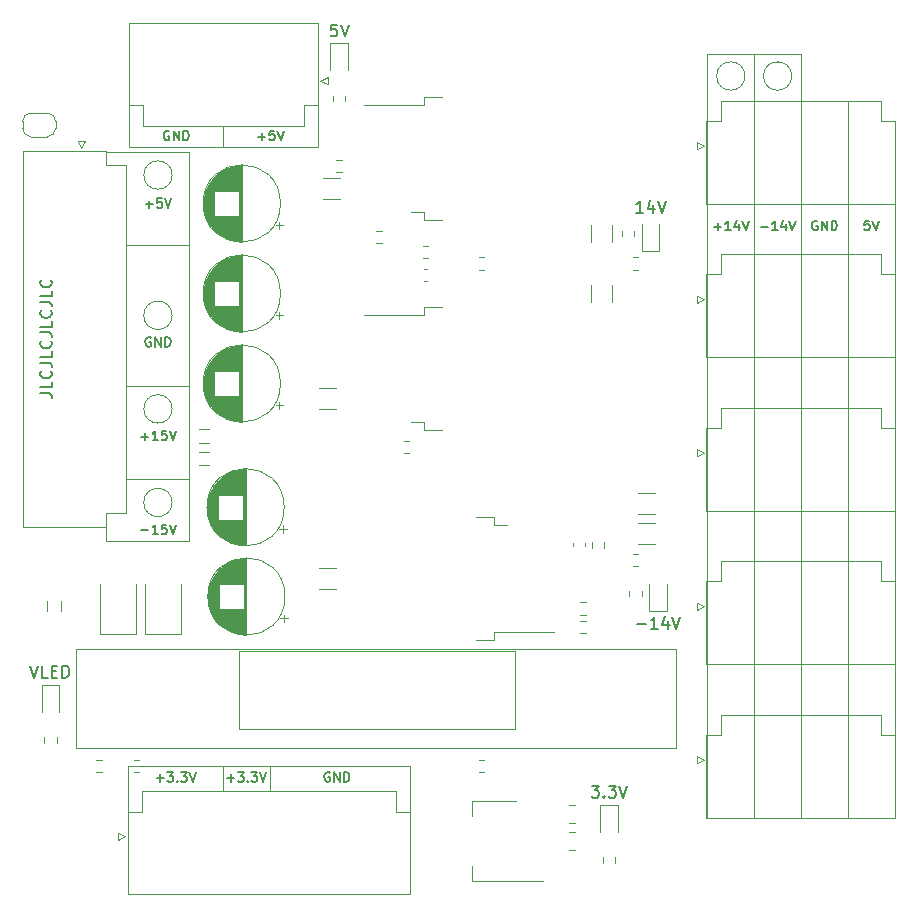
<source format=gbr>
%TF.GenerationSoftware,KiCad,Pcbnew,(5.1.9-0-10_14)*%
%TF.CreationDate,2021-03-28T17:01:51+02:00*%
%TF.ProjectId,Power-Supply,506f7765-722d-4537-9570-706c792e6b69,rev?*%
%TF.SameCoordinates,Original*%
%TF.FileFunction,Legend,Top*%
%TF.FilePolarity,Positive*%
%FSLAX46Y46*%
G04 Gerber Fmt 4.6, Leading zero omitted, Abs format (unit mm)*
G04 Created by KiCad (PCBNEW (5.1.9-0-10_14)) date 2021-03-28 17:01:51*
%MOMM*%
%LPD*%
G01*
G04 APERTURE LIST*
%ADD10C,0.150000*%
%ADD11C,0.120000*%
G04 APERTURE END LIST*
D10*
X139649523Y-63257380D02*
X139173333Y-63257380D01*
X139125714Y-63733571D01*
X139173333Y-63685952D01*
X139268571Y-63638333D01*
X139506666Y-63638333D01*
X139601904Y-63685952D01*
X139649523Y-63733571D01*
X139697142Y-63828809D01*
X139697142Y-64066904D01*
X139649523Y-64162142D01*
X139601904Y-64209761D01*
X139506666Y-64257380D01*
X139268571Y-64257380D01*
X139173333Y-64209761D01*
X139125714Y-64162142D01*
X139982857Y-63257380D02*
X140316190Y-64257380D01*
X140649523Y-63257380D01*
X165065595Y-114041428D02*
X165827500Y-114041428D01*
X166827500Y-114422380D02*
X166256071Y-114422380D01*
X166541785Y-114422380D02*
X166541785Y-113422380D01*
X166446547Y-113565238D01*
X166351309Y-113660476D01*
X166256071Y-113708095D01*
X167684642Y-113755714D02*
X167684642Y-114422380D01*
X167446547Y-113374761D02*
X167208452Y-114089047D01*
X167827500Y-114089047D01*
X168065595Y-113422380D02*
X168398928Y-114422380D01*
X168732261Y-113422380D01*
X165573452Y-79179880D02*
X165002023Y-79179880D01*
X165287738Y-79179880D02*
X165287738Y-78179880D01*
X165192500Y-78322738D01*
X165097261Y-78417976D01*
X165002023Y-78465595D01*
X166430595Y-78513214D02*
X166430595Y-79179880D01*
X166192500Y-78132261D02*
X165954404Y-78846547D01*
X166573452Y-78846547D01*
X166811547Y-78179880D02*
X167144880Y-79179880D01*
X167478214Y-78179880D01*
X161223809Y-127709880D02*
X161842857Y-127709880D01*
X161509523Y-128090833D01*
X161652380Y-128090833D01*
X161747619Y-128138452D01*
X161795238Y-128186071D01*
X161842857Y-128281309D01*
X161842857Y-128519404D01*
X161795238Y-128614642D01*
X161747619Y-128662261D01*
X161652380Y-128709880D01*
X161366666Y-128709880D01*
X161271428Y-128662261D01*
X161223809Y-128614642D01*
X162271428Y-128614642D02*
X162319047Y-128662261D01*
X162271428Y-128709880D01*
X162223809Y-128662261D01*
X162271428Y-128614642D01*
X162271428Y-128709880D01*
X162652380Y-127709880D02*
X163271428Y-127709880D01*
X162938095Y-128090833D01*
X163080952Y-128090833D01*
X163176190Y-128138452D01*
X163223809Y-128186071D01*
X163271428Y-128281309D01*
X163271428Y-128519404D01*
X163223809Y-128614642D01*
X163176190Y-128662261D01*
X163080952Y-128709880D01*
X162795238Y-128709880D01*
X162700000Y-128662261D01*
X162652380Y-128614642D01*
X163557142Y-127709880D02*
X163890476Y-128709880D01*
X164223809Y-127709880D01*
X113702023Y-117549880D02*
X114035357Y-118549880D01*
X114368690Y-117549880D01*
X115178214Y-118549880D02*
X114702023Y-118549880D01*
X114702023Y-117549880D01*
X115511547Y-118026071D02*
X115844880Y-118026071D01*
X115987738Y-118549880D02*
X115511547Y-118549880D01*
X115511547Y-117549880D01*
X115987738Y-117549880D01*
X116416309Y-118549880D02*
X116416309Y-117549880D01*
X116654404Y-117549880D01*
X116797261Y-117597500D01*
X116892500Y-117692738D01*
X116940119Y-117787976D01*
X116987738Y-117978452D01*
X116987738Y-118121309D01*
X116940119Y-118311785D01*
X116892500Y-118407023D01*
X116797261Y-118502261D01*
X116654404Y-118549880D01*
X116416309Y-118549880D01*
D11*
X129970000Y-128190000D02*
X129970000Y-126035000D01*
X133950000Y-128190000D02*
X133950000Y-126035000D01*
X121940000Y-126035000D02*
X145872500Y-126035000D01*
X121940000Y-129890000D02*
X121940000Y-126035000D01*
X145860000Y-129890000D02*
X145872500Y-126035000D01*
D10*
X130360000Y-127044642D02*
X130969523Y-127044642D01*
X130664761Y-127349404D02*
X130664761Y-126739880D01*
X131274285Y-126549404D02*
X131769523Y-126549404D01*
X131502857Y-126854166D01*
X131617142Y-126854166D01*
X131693333Y-126892261D01*
X131731428Y-126930357D01*
X131769523Y-127006547D01*
X131769523Y-127197023D01*
X131731428Y-127273214D01*
X131693333Y-127311309D01*
X131617142Y-127349404D01*
X131388571Y-127349404D01*
X131312380Y-127311309D01*
X131274285Y-127273214D01*
X132112380Y-127273214D02*
X132150476Y-127311309D01*
X132112380Y-127349404D01*
X132074285Y-127311309D01*
X132112380Y-127273214D01*
X132112380Y-127349404D01*
X132417142Y-126549404D02*
X132912380Y-126549404D01*
X132645714Y-126854166D01*
X132760000Y-126854166D01*
X132836190Y-126892261D01*
X132874285Y-126930357D01*
X132912380Y-127006547D01*
X132912380Y-127197023D01*
X132874285Y-127273214D01*
X132836190Y-127311309D01*
X132760000Y-127349404D01*
X132531428Y-127349404D01*
X132455238Y-127311309D01*
X132417142Y-127273214D01*
X133140952Y-126549404D02*
X133407619Y-127349404D01*
X133674285Y-126549404D01*
X139040476Y-126587500D02*
X138964285Y-126549404D01*
X138850000Y-126549404D01*
X138735714Y-126587500D01*
X138659523Y-126663690D01*
X138621428Y-126739880D01*
X138583333Y-126892261D01*
X138583333Y-127006547D01*
X138621428Y-127158928D01*
X138659523Y-127235119D01*
X138735714Y-127311309D01*
X138850000Y-127349404D01*
X138926190Y-127349404D01*
X139040476Y-127311309D01*
X139078571Y-127273214D01*
X139078571Y-127006547D01*
X138926190Y-127006547D01*
X139421428Y-127349404D02*
X139421428Y-126549404D01*
X139878571Y-127349404D01*
X139878571Y-126549404D01*
X140259523Y-127349404D02*
X140259523Y-126549404D01*
X140450000Y-126549404D01*
X140564285Y-126587500D01*
X140640476Y-126663690D01*
X140678571Y-126739880D01*
X140716666Y-126892261D01*
X140716666Y-127006547D01*
X140678571Y-127158928D01*
X140640476Y-127235119D01*
X140564285Y-127311309D01*
X140450000Y-127349404D01*
X140259523Y-127349404D01*
X124390000Y-127044642D02*
X124999523Y-127044642D01*
X124694761Y-127349404D02*
X124694761Y-126739880D01*
X125304285Y-126549404D02*
X125799523Y-126549404D01*
X125532857Y-126854166D01*
X125647142Y-126854166D01*
X125723333Y-126892261D01*
X125761428Y-126930357D01*
X125799523Y-127006547D01*
X125799523Y-127197023D01*
X125761428Y-127273214D01*
X125723333Y-127311309D01*
X125647142Y-127349404D01*
X125418571Y-127349404D01*
X125342380Y-127311309D01*
X125304285Y-127273214D01*
X126142380Y-127273214D02*
X126180476Y-127311309D01*
X126142380Y-127349404D01*
X126104285Y-127311309D01*
X126142380Y-127273214D01*
X126142380Y-127349404D01*
X126447142Y-126549404D02*
X126942380Y-126549404D01*
X126675714Y-126854166D01*
X126790000Y-126854166D01*
X126866190Y-126892261D01*
X126904285Y-126930357D01*
X126942380Y-127006547D01*
X126942380Y-127197023D01*
X126904285Y-127273214D01*
X126866190Y-127311309D01*
X126790000Y-127349404D01*
X126561428Y-127349404D01*
X126485238Y-127311309D01*
X126447142Y-127273214D01*
X127170952Y-126549404D02*
X127437619Y-127349404D01*
X127704285Y-126549404D01*
D11*
X130030000Y-71810000D02*
X130030000Y-73647500D01*
X138060000Y-73647500D02*
X138060000Y-70110000D01*
X122060000Y-73647500D02*
X138060000Y-73647500D01*
X122060000Y-70110000D02*
X122060000Y-73647500D01*
D10*
X132981428Y-72752142D02*
X133590952Y-72752142D01*
X133286190Y-73056904D02*
X133286190Y-72447380D01*
X134352857Y-72256904D02*
X133971904Y-72256904D01*
X133933809Y-72637857D01*
X133971904Y-72599761D01*
X134048095Y-72561666D01*
X134238571Y-72561666D01*
X134314761Y-72599761D01*
X134352857Y-72637857D01*
X134390952Y-72714047D01*
X134390952Y-72904523D01*
X134352857Y-72980714D01*
X134314761Y-73018809D01*
X134238571Y-73056904D01*
X134048095Y-73056904D01*
X133971904Y-73018809D01*
X133933809Y-72980714D01*
X134619523Y-72256904D02*
X134886190Y-73056904D01*
X135152857Y-72256904D01*
X125440476Y-72295000D02*
X125364285Y-72256904D01*
X125250000Y-72256904D01*
X125135714Y-72295000D01*
X125059523Y-72371190D01*
X125021428Y-72447380D01*
X124983333Y-72599761D01*
X124983333Y-72714047D01*
X125021428Y-72866428D01*
X125059523Y-72942619D01*
X125135714Y-73018809D01*
X125250000Y-73056904D01*
X125326190Y-73056904D01*
X125440476Y-73018809D01*
X125478571Y-72980714D01*
X125478571Y-72714047D01*
X125326190Y-72714047D01*
X125821428Y-73056904D02*
X125821428Y-72256904D01*
X126278571Y-73056904D01*
X126278571Y-72256904D01*
X126659523Y-73056904D02*
X126659523Y-72256904D01*
X126850000Y-72256904D01*
X126964285Y-72295000D01*
X127040476Y-72371190D01*
X127078571Y-72447380D01*
X127116666Y-72599761D01*
X127116666Y-72714047D01*
X127078571Y-72866428D01*
X127040476Y-72942619D01*
X126964285Y-73018809D01*
X126850000Y-73056904D01*
X126659523Y-73056904D01*
D11*
X171010000Y-65710000D02*
X178970000Y-65710000D01*
X186930000Y-71500000D02*
X186930000Y-130400000D01*
X182950000Y-69700000D02*
X182950000Y-130400000D01*
X178970000Y-65710000D02*
X178970000Y-130400000D01*
X174990000Y-65710000D02*
X174990000Y-130400000D01*
X171010000Y-65710000D02*
X171010000Y-130400000D01*
X127140000Y-106985000D02*
X127140000Y-74020000D01*
X120110000Y-106985000D02*
X120110000Y-105715000D01*
X120110000Y-106985000D02*
X127140000Y-106985000D01*
X121850000Y-101740000D02*
X127140000Y-101740000D01*
X121850000Y-93820000D02*
X127140000Y-93820000D01*
X120155000Y-74020000D02*
X127140000Y-74020000D01*
X121850000Y-81940000D02*
X127140000Y-81940000D01*
D10*
X114527380Y-94459047D02*
X115241666Y-94459047D01*
X115384523Y-94506666D01*
X115479761Y-94601904D01*
X115527380Y-94744761D01*
X115527380Y-94840000D01*
X115527380Y-93506666D02*
X115527380Y-93982857D01*
X114527380Y-93982857D01*
X115432142Y-92601904D02*
X115479761Y-92649523D01*
X115527380Y-92792380D01*
X115527380Y-92887619D01*
X115479761Y-93030476D01*
X115384523Y-93125714D01*
X115289285Y-93173333D01*
X115098809Y-93220952D01*
X114955952Y-93220952D01*
X114765476Y-93173333D01*
X114670238Y-93125714D01*
X114575000Y-93030476D01*
X114527380Y-92887619D01*
X114527380Y-92792380D01*
X114575000Y-92649523D01*
X114622619Y-92601904D01*
X114527380Y-91887619D02*
X115241666Y-91887619D01*
X115384523Y-91935238D01*
X115479761Y-92030476D01*
X115527380Y-92173333D01*
X115527380Y-92268571D01*
X115527380Y-90935238D02*
X115527380Y-91411428D01*
X114527380Y-91411428D01*
X115432142Y-90030476D02*
X115479761Y-90078095D01*
X115527380Y-90220952D01*
X115527380Y-90316190D01*
X115479761Y-90459047D01*
X115384523Y-90554285D01*
X115289285Y-90601904D01*
X115098809Y-90649523D01*
X114955952Y-90649523D01*
X114765476Y-90601904D01*
X114670238Y-90554285D01*
X114575000Y-90459047D01*
X114527380Y-90316190D01*
X114527380Y-90220952D01*
X114575000Y-90078095D01*
X114622619Y-90030476D01*
X114527380Y-89316190D02*
X115241666Y-89316190D01*
X115384523Y-89363809D01*
X115479761Y-89459047D01*
X115527380Y-89601904D01*
X115527380Y-89697142D01*
X115527380Y-88363809D02*
X115527380Y-88840000D01*
X114527380Y-88840000D01*
X115432142Y-87459047D02*
X115479761Y-87506666D01*
X115527380Y-87649523D01*
X115527380Y-87744761D01*
X115479761Y-87887619D01*
X115384523Y-87982857D01*
X115289285Y-88030476D01*
X115098809Y-88078095D01*
X114955952Y-88078095D01*
X114765476Y-88030476D01*
X114670238Y-87982857D01*
X114575000Y-87887619D01*
X114527380Y-87744761D01*
X114527380Y-87649523D01*
X114575000Y-87506666D01*
X114622619Y-87459047D01*
X114527380Y-86744761D02*
X115241666Y-86744761D01*
X115384523Y-86792380D01*
X115479761Y-86887619D01*
X115527380Y-87030476D01*
X115527380Y-87125714D01*
X115527380Y-85792380D02*
X115527380Y-86268571D01*
X114527380Y-86268571D01*
X115432142Y-84887619D02*
X115479761Y-84935238D01*
X115527380Y-85078095D01*
X115527380Y-85173333D01*
X115479761Y-85316190D01*
X115384523Y-85411428D01*
X115289285Y-85459047D01*
X115098809Y-85506666D01*
X114955952Y-85506666D01*
X114765476Y-85459047D01*
X114670238Y-85411428D01*
X114575000Y-85316190D01*
X114527380Y-85173333D01*
X114527380Y-85078095D01*
X114575000Y-84935238D01*
X114622619Y-84887619D01*
X171590476Y-80372142D02*
X172200000Y-80372142D01*
X171895238Y-80676904D02*
X171895238Y-80067380D01*
X173000000Y-80676904D02*
X172542857Y-80676904D01*
X172771428Y-80676904D02*
X172771428Y-79876904D01*
X172695238Y-79991190D01*
X172619047Y-80067380D01*
X172542857Y-80105476D01*
X173685714Y-80143571D02*
X173685714Y-80676904D01*
X173495238Y-79838809D02*
X173304761Y-80410238D01*
X173800000Y-80410238D01*
X173990476Y-79876904D02*
X174257142Y-80676904D01*
X174523809Y-79876904D01*
X175550476Y-80372142D02*
X176160000Y-80372142D01*
X176960000Y-80676904D02*
X176502857Y-80676904D01*
X176731428Y-80676904D02*
X176731428Y-79876904D01*
X176655238Y-79991190D01*
X176579047Y-80067380D01*
X176502857Y-80105476D01*
X177645714Y-80143571D02*
X177645714Y-80676904D01*
X177455238Y-79838809D02*
X177264761Y-80410238D01*
X177760000Y-80410238D01*
X177950476Y-79876904D02*
X178217142Y-80676904D01*
X178483809Y-79876904D01*
X184727619Y-79876904D02*
X184346666Y-79876904D01*
X184308571Y-80257857D01*
X184346666Y-80219761D01*
X184422857Y-80181666D01*
X184613333Y-80181666D01*
X184689523Y-80219761D01*
X184727619Y-80257857D01*
X184765714Y-80334047D01*
X184765714Y-80524523D01*
X184727619Y-80600714D01*
X184689523Y-80638809D01*
X184613333Y-80676904D01*
X184422857Y-80676904D01*
X184346666Y-80638809D01*
X184308571Y-80600714D01*
X184994285Y-79876904D02*
X185260952Y-80676904D01*
X185527619Y-79876904D01*
X180310476Y-79915000D02*
X180234285Y-79876904D01*
X180120000Y-79876904D01*
X180005714Y-79915000D01*
X179929523Y-79991190D01*
X179891428Y-80067380D01*
X179853333Y-80219761D01*
X179853333Y-80334047D01*
X179891428Y-80486428D01*
X179929523Y-80562619D01*
X180005714Y-80638809D01*
X180120000Y-80676904D01*
X180196190Y-80676904D01*
X180310476Y-80638809D01*
X180348571Y-80600714D01*
X180348571Y-80334047D01*
X180196190Y-80334047D01*
X180691428Y-80676904D02*
X180691428Y-79876904D01*
X181148571Y-80676904D01*
X181148571Y-79876904D01*
X181529523Y-80676904D02*
X181529523Y-79876904D01*
X181720000Y-79876904D01*
X181834285Y-79915000D01*
X181910476Y-79991190D01*
X181948571Y-80067380D01*
X181986666Y-80219761D01*
X181986666Y-80334047D01*
X181948571Y-80486428D01*
X181910476Y-80562619D01*
X181834285Y-80638809D01*
X181720000Y-80676904D01*
X181529523Y-80676904D01*
X123890476Y-89757500D02*
X123814285Y-89719404D01*
X123700000Y-89719404D01*
X123585714Y-89757500D01*
X123509523Y-89833690D01*
X123471428Y-89909880D01*
X123433333Y-90062261D01*
X123433333Y-90176547D01*
X123471428Y-90328928D01*
X123509523Y-90405119D01*
X123585714Y-90481309D01*
X123700000Y-90519404D01*
X123776190Y-90519404D01*
X123890476Y-90481309D01*
X123928571Y-90443214D01*
X123928571Y-90176547D01*
X123776190Y-90176547D01*
X124271428Y-90519404D02*
X124271428Y-89719404D01*
X124728571Y-90519404D01*
X124728571Y-89719404D01*
X125109523Y-90519404D02*
X125109523Y-89719404D01*
X125300000Y-89719404D01*
X125414285Y-89757500D01*
X125490476Y-89833690D01*
X125528571Y-89909880D01*
X125566666Y-90062261D01*
X125566666Y-90176547D01*
X125528571Y-90328928D01*
X125490476Y-90405119D01*
X125414285Y-90481309D01*
X125300000Y-90519404D01*
X125109523Y-90519404D01*
X123471428Y-78467142D02*
X124080952Y-78467142D01*
X123776190Y-78771904D02*
X123776190Y-78162380D01*
X124842857Y-77971904D02*
X124461904Y-77971904D01*
X124423809Y-78352857D01*
X124461904Y-78314761D01*
X124538095Y-78276666D01*
X124728571Y-78276666D01*
X124804761Y-78314761D01*
X124842857Y-78352857D01*
X124880952Y-78429047D01*
X124880952Y-78619523D01*
X124842857Y-78695714D01*
X124804761Y-78733809D01*
X124728571Y-78771904D01*
X124538095Y-78771904D01*
X124461904Y-78733809D01*
X124423809Y-78695714D01*
X125109523Y-77971904D02*
X125376190Y-78771904D01*
X125642857Y-77971904D01*
X123090476Y-98152142D02*
X123700000Y-98152142D01*
X123395238Y-98456904D02*
X123395238Y-97847380D01*
X124500000Y-98456904D02*
X124042857Y-98456904D01*
X124271428Y-98456904D02*
X124271428Y-97656904D01*
X124195238Y-97771190D01*
X124119047Y-97847380D01*
X124042857Y-97885476D01*
X125223809Y-97656904D02*
X124842857Y-97656904D01*
X124804761Y-98037857D01*
X124842857Y-97999761D01*
X124919047Y-97961666D01*
X125109523Y-97961666D01*
X125185714Y-97999761D01*
X125223809Y-98037857D01*
X125261904Y-98114047D01*
X125261904Y-98304523D01*
X125223809Y-98380714D01*
X125185714Y-98418809D01*
X125109523Y-98456904D01*
X124919047Y-98456904D01*
X124842857Y-98418809D01*
X124804761Y-98380714D01*
X125490476Y-97656904D02*
X125757142Y-98456904D01*
X126023809Y-97656904D01*
X123090476Y-106089642D02*
X123700000Y-106089642D01*
X124500000Y-106394404D02*
X124042857Y-106394404D01*
X124271428Y-106394404D02*
X124271428Y-105594404D01*
X124195238Y-105708690D01*
X124119047Y-105784880D01*
X124042857Y-105822976D01*
X125223809Y-105594404D02*
X124842857Y-105594404D01*
X124804761Y-105975357D01*
X124842857Y-105937261D01*
X124919047Y-105899166D01*
X125109523Y-105899166D01*
X125185714Y-105937261D01*
X125223809Y-105975357D01*
X125261904Y-106051547D01*
X125261904Y-106242023D01*
X125223809Y-106318214D01*
X125185714Y-106356309D01*
X125109523Y-106394404D01*
X124919047Y-106394404D01*
X124842857Y-106356309D01*
X124804761Y-106318214D01*
X125490476Y-105594404D02*
X125757142Y-106394404D01*
X126023809Y-105594404D01*
D11*
%TO.C,R2*%
X152142258Y-84012500D02*
X151667742Y-84012500D01*
X152142258Y-82967500D02*
X151667742Y-82967500D01*
%TO.C,C13*%
X138493748Y-78050000D02*
X139916252Y-78050000D01*
X138493748Y-76230000D02*
X139916252Y-76230000D01*
%TO.C,R4*%
X146905242Y-82015000D02*
X147379758Y-82015000D01*
X146905242Y-83060000D02*
X147379758Y-83060000D01*
%TO.C,R10*%
X160240242Y-112177500D02*
X160714758Y-112177500D01*
X160240242Y-113222500D02*
X160714758Y-113222500D01*
%TO.C,C6*%
X165163748Y-107260000D02*
X166586252Y-107260000D01*
X165163748Y-105440000D02*
X166586252Y-105440000D01*
%TO.C,R24*%
X139317500Y-69757258D02*
X139317500Y-69282742D01*
X140362500Y-69757258D02*
X140362500Y-69282742D01*
%TO.C,R14*%
X162177500Y-134209758D02*
X162177500Y-133735242D01*
X163222500Y-134209758D02*
X163222500Y-133735242D01*
%TO.C,R13*%
X114870000Y-124049758D02*
X114870000Y-123575242D01*
X115915000Y-124049758D02*
X115915000Y-123575242D01*
%TO.C,R12*%
X165445000Y-111192742D02*
X165445000Y-111667258D01*
X164400000Y-111192742D02*
X164400000Y-111667258D01*
%TO.C,R11*%
X163765000Y-81187258D02*
X163765000Y-80712742D01*
X164810000Y-81187258D02*
X164810000Y-80712742D01*
%TO.C,D5*%
X140575000Y-67145000D02*
X140575000Y-64860000D01*
X140575000Y-64860000D02*
X139105000Y-64860000D01*
X139105000Y-64860000D02*
X139105000Y-67145000D01*
%TO.C,D4*%
X163435000Y-131597500D02*
X163435000Y-129312500D01*
X163435000Y-129312500D02*
X161965000Y-129312500D01*
X161965000Y-129312500D02*
X161965000Y-131597500D01*
%TO.C,D3*%
X116127500Y-121437500D02*
X116127500Y-119152500D01*
X116127500Y-119152500D02*
X114657500Y-119152500D01*
X114657500Y-119152500D02*
X114657500Y-121437500D01*
%TO.C,D2*%
X166092500Y-110630000D02*
X166092500Y-112915000D01*
X166092500Y-112915000D02*
X167562500Y-112915000D01*
X167562500Y-112915000D02*
X167562500Y-110630000D01*
%TO.C,D1*%
X165457500Y-80150000D02*
X165457500Y-82435000D01*
X165457500Y-82435000D02*
X166927500Y-82435000D01*
X166927500Y-82435000D02*
X166927500Y-80150000D01*
%TO.C,C7*%
X138176248Y-111070000D02*
X139598752Y-111070000D01*
X138176248Y-109250000D02*
X139598752Y-109250000D01*
%TO.C,C18*%
X134875000Y-86030000D02*
G75*
G03*
X134875000Y-86030000I-3270000J0D01*
G01*
X131605000Y-89260000D02*
X131605000Y-82800000D01*
X131565000Y-89260000D02*
X131565000Y-82800000D01*
X131525000Y-89260000D02*
X131525000Y-82800000D01*
X131485000Y-89258000D02*
X131485000Y-82802000D01*
X131445000Y-89257000D02*
X131445000Y-82803000D01*
X131405000Y-89254000D02*
X131405000Y-82806000D01*
X131365000Y-89252000D02*
X131365000Y-87070000D01*
X131365000Y-84990000D02*
X131365000Y-82808000D01*
X131325000Y-89248000D02*
X131325000Y-87070000D01*
X131325000Y-84990000D02*
X131325000Y-82812000D01*
X131285000Y-89245000D02*
X131285000Y-87070000D01*
X131285000Y-84990000D02*
X131285000Y-82815000D01*
X131245000Y-89241000D02*
X131245000Y-87070000D01*
X131245000Y-84990000D02*
X131245000Y-82819000D01*
X131205000Y-89236000D02*
X131205000Y-87070000D01*
X131205000Y-84990000D02*
X131205000Y-82824000D01*
X131165000Y-89231000D02*
X131165000Y-87070000D01*
X131165000Y-84990000D02*
X131165000Y-82829000D01*
X131125000Y-89225000D02*
X131125000Y-87070000D01*
X131125000Y-84990000D02*
X131125000Y-82835000D01*
X131085000Y-89219000D02*
X131085000Y-87070000D01*
X131085000Y-84990000D02*
X131085000Y-82841000D01*
X131045000Y-89212000D02*
X131045000Y-87070000D01*
X131045000Y-84990000D02*
X131045000Y-82848000D01*
X131005000Y-89205000D02*
X131005000Y-87070000D01*
X131005000Y-84990000D02*
X131005000Y-82855000D01*
X130965000Y-89197000D02*
X130965000Y-87070000D01*
X130965000Y-84990000D02*
X130965000Y-82863000D01*
X130925000Y-89189000D02*
X130925000Y-87070000D01*
X130925000Y-84990000D02*
X130925000Y-82871000D01*
X130884000Y-89180000D02*
X130884000Y-87070000D01*
X130884000Y-84990000D02*
X130884000Y-82880000D01*
X130844000Y-89171000D02*
X130844000Y-87070000D01*
X130844000Y-84990000D02*
X130844000Y-82889000D01*
X130804000Y-89161000D02*
X130804000Y-87070000D01*
X130804000Y-84990000D02*
X130804000Y-82899000D01*
X130764000Y-89151000D02*
X130764000Y-87070000D01*
X130764000Y-84990000D02*
X130764000Y-82909000D01*
X130724000Y-89140000D02*
X130724000Y-87070000D01*
X130724000Y-84990000D02*
X130724000Y-82920000D01*
X130684000Y-89128000D02*
X130684000Y-87070000D01*
X130684000Y-84990000D02*
X130684000Y-82932000D01*
X130644000Y-89116000D02*
X130644000Y-87070000D01*
X130644000Y-84990000D02*
X130644000Y-82944000D01*
X130604000Y-89104000D02*
X130604000Y-87070000D01*
X130604000Y-84990000D02*
X130604000Y-82956000D01*
X130564000Y-89091000D02*
X130564000Y-87070000D01*
X130564000Y-84990000D02*
X130564000Y-82969000D01*
X130524000Y-89077000D02*
X130524000Y-87070000D01*
X130524000Y-84990000D02*
X130524000Y-82983000D01*
X130484000Y-89063000D02*
X130484000Y-87070000D01*
X130484000Y-84990000D02*
X130484000Y-82997000D01*
X130444000Y-89048000D02*
X130444000Y-87070000D01*
X130444000Y-84990000D02*
X130444000Y-83012000D01*
X130404000Y-89032000D02*
X130404000Y-87070000D01*
X130404000Y-84990000D02*
X130404000Y-83028000D01*
X130364000Y-89016000D02*
X130364000Y-87070000D01*
X130364000Y-84990000D02*
X130364000Y-83044000D01*
X130324000Y-89000000D02*
X130324000Y-87070000D01*
X130324000Y-84990000D02*
X130324000Y-83060000D01*
X130284000Y-88982000D02*
X130284000Y-87070000D01*
X130284000Y-84990000D02*
X130284000Y-83078000D01*
X130244000Y-88964000D02*
X130244000Y-87070000D01*
X130244000Y-84990000D02*
X130244000Y-83096000D01*
X130204000Y-88946000D02*
X130204000Y-87070000D01*
X130204000Y-84990000D02*
X130204000Y-83114000D01*
X130164000Y-88926000D02*
X130164000Y-87070000D01*
X130164000Y-84990000D02*
X130164000Y-83134000D01*
X130124000Y-88906000D02*
X130124000Y-87070000D01*
X130124000Y-84990000D02*
X130124000Y-83154000D01*
X130084000Y-88886000D02*
X130084000Y-87070000D01*
X130084000Y-84990000D02*
X130084000Y-83174000D01*
X130044000Y-88864000D02*
X130044000Y-87070000D01*
X130044000Y-84990000D02*
X130044000Y-83196000D01*
X130004000Y-88842000D02*
X130004000Y-87070000D01*
X130004000Y-84990000D02*
X130004000Y-83218000D01*
X129964000Y-88820000D02*
X129964000Y-87070000D01*
X129964000Y-84990000D02*
X129964000Y-83240000D01*
X129924000Y-88796000D02*
X129924000Y-87070000D01*
X129924000Y-84990000D02*
X129924000Y-83264000D01*
X129884000Y-88772000D02*
X129884000Y-87070000D01*
X129884000Y-84990000D02*
X129884000Y-83288000D01*
X129844000Y-88746000D02*
X129844000Y-87070000D01*
X129844000Y-84990000D02*
X129844000Y-83314000D01*
X129804000Y-88720000D02*
X129804000Y-87070000D01*
X129804000Y-84990000D02*
X129804000Y-83340000D01*
X129764000Y-88694000D02*
X129764000Y-87070000D01*
X129764000Y-84990000D02*
X129764000Y-83366000D01*
X129724000Y-88666000D02*
X129724000Y-87070000D01*
X129724000Y-84990000D02*
X129724000Y-83394000D01*
X129684000Y-88637000D02*
X129684000Y-87070000D01*
X129684000Y-84990000D02*
X129684000Y-83423000D01*
X129644000Y-88608000D02*
X129644000Y-87070000D01*
X129644000Y-84990000D02*
X129644000Y-83452000D01*
X129604000Y-88578000D02*
X129604000Y-87070000D01*
X129604000Y-84990000D02*
X129604000Y-83482000D01*
X129564000Y-88546000D02*
X129564000Y-87070000D01*
X129564000Y-84990000D02*
X129564000Y-83514000D01*
X129524000Y-88514000D02*
X129524000Y-87070000D01*
X129524000Y-84990000D02*
X129524000Y-83546000D01*
X129484000Y-88480000D02*
X129484000Y-87070000D01*
X129484000Y-84990000D02*
X129484000Y-83580000D01*
X129444000Y-88446000D02*
X129444000Y-87070000D01*
X129444000Y-84990000D02*
X129444000Y-83614000D01*
X129404000Y-88410000D02*
X129404000Y-87070000D01*
X129404000Y-84990000D02*
X129404000Y-83650000D01*
X129364000Y-88373000D02*
X129364000Y-87070000D01*
X129364000Y-84990000D02*
X129364000Y-83687000D01*
X129324000Y-88335000D02*
X129324000Y-87070000D01*
X129324000Y-84990000D02*
X129324000Y-83725000D01*
X129284000Y-88295000D02*
X129284000Y-83765000D01*
X129244000Y-88254000D02*
X129244000Y-83806000D01*
X129204000Y-88212000D02*
X129204000Y-83848000D01*
X129164000Y-88167000D02*
X129164000Y-83893000D01*
X129124000Y-88122000D02*
X129124000Y-83938000D01*
X129084000Y-88074000D02*
X129084000Y-83986000D01*
X129044000Y-88025000D02*
X129044000Y-84035000D01*
X129004000Y-87974000D02*
X129004000Y-84086000D01*
X128964000Y-87920000D02*
X128964000Y-84140000D01*
X128924000Y-87864000D02*
X128924000Y-84196000D01*
X128884000Y-87806000D02*
X128884000Y-84254000D01*
X128844000Y-87744000D02*
X128844000Y-84316000D01*
X128804000Y-87680000D02*
X128804000Y-84380000D01*
X128764000Y-87611000D02*
X128764000Y-84449000D01*
X128724000Y-87539000D02*
X128724000Y-84521000D01*
X128684000Y-87462000D02*
X128684000Y-84598000D01*
X128644000Y-87380000D02*
X128644000Y-84680000D01*
X128604000Y-87292000D02*
X128604000Y-84768000D01*
X128564000Y-87195000D02*
X128564000Y-84865000D01*
X128524000Y-87089000D02*
X128524000Y-84971000D01*
X128484000Y-86970000D02*
X128484000Y-85090000D01*
X128444000Y-86832000D02*
X128444000Y-85228000D01*
X128404000Y-86663000D02*
X128404000Y-85397000D01*
X128364000Y-86432000D02*
X128364000Y-85628000D01*
X135105241Y-87869000D02*
X134475241Y-87869000D01*
X134790241Y-88184000D02*
X134790241Y-87554000D01*
%TO.C,C17*%
X135256000Y-111684000D02*
G75*
G03*
X135256000Y-111684000I-3270000J0D01*
G01*
X131986000Y-114914000D02*
X131986000Y-108454000D01*
X131946000Y-114914000D02*
X131946000Y-108454000D01*
X131906000Y-114914000D02*
X131906000Y-108454000D01*
X131866000Y-114912000D02*
X131866000Y-108456000D01*
X131826000Y-114911000D02*
X131826000Y-108457000D01*
X131786000Y-114908000D02*
X131786000Y-108460000D01*
X131746000Y-114906000D02*
X131746000Y-112724000D01*
X131746000Y-110644000D02*
X131746000Y-108462000D01*
X131706000Y-114902000D02*
X131706000Y-112724000D01*
X131706000Y-110644000D02*
X131706000Y-108466000D01*
X131666000Y-114899000D02*
X131666000Y-112724000D01*
X131666000Y-110644000D02*
X131666000Y-108469000D01*
X131626000Y-114895000D02*
X131626000Y-112724000D01*
X131626000Y-110644000D02*
X131626000Y-108473000D01*
X131586000Y-114890000D02*
X131586000Y-112724000D01*
X131586000Y-110644000D02*
X131586000Y-108478000D01*
X131546000Y-114885000D02*
X131546000Y-112724000D01*
X131546000Y-110644000D02*
X131546000Y-108483000D01*
X131506000Y-114879000D02*
X131506000Y-112724000D01*
X131506000Y-110644000D02*
X131506000Y-108489000D01*
X131466000Y-114873000D02*
X131466000Y-112724000D01*
X131466000Y-110644000D02*
X131466000Y-108495000D01*
X131426000Y-114866000D02*
X131426000Y-112724000D01*
X131426000Y-110644000D02*
X131426000Y-108502000D01*
X131386000Y-114859000D02*
X131386000Y-112724000D01*
X131386000Y-110644000D02*
X131386000Y-108509000D01*
X131346000Y-114851000D02*
X131346000Y-112724000D01*
X131346000Y-110644000D02*
X131346000Y-108517000D01*
X131306000Y-114843000D02*
X131306000Y-112724000D01*
X131306000Y-110644000D02*
X131306000Y-108525000D01*
X131265000Y-114834000D02*
X131265000Y-112724000D01*
X131265000Y-110644000D02*
X131265000Y-108534000D01*
X131225000Y-114825000D02*
X131225000Y-112724000D01*
X131225000Y-110644000D02*
X131225000Y-108543000D01*
X131185000Y-114815000D02*
X131185000Y-112724000D01*
X131185000Y-110644000D02*
X131185000Y-108553000D01*
X131145000Y-114805000D02*
X131145000Y-112724000D01*
X131145000Y-110644000D02*
X131145000Y-108563000D01*
X131105000Y-114794000D02*
X131105000Y-112724000D01*
X131105000Y-110644000D02*
X131105000Y-108574000D01*
X131065000Y-114782000D02*
X131065000Y-112724000D01*
X131065000Y-110644000D02*
X131065000Y-108586000D01*
X131025000Y-114770000D02*
X131025000Y-112724000D01*
X131025000Y-110644000D02*
X131025000Y-108598000D01*
X130985000Y-114758000D02*
X130985000Y-112724000D01*
X130985000Y-110644000D02*
X130985000Y-108610000D01*
X130945000Y-114745000D02*
X130945000Y-112724000D01*
X130945000Y-110644000D02*
X130945000Y-108623000D01*
X130905000Y-114731000D02*
X130905000Y-112724000D01*
X130905000Y-110644000D02*
X130905000Y-108637000D01*
X130865000Y-114717000D02*
X130865000Y-112724000D01*
X130865000Y-110644000D02*
X130865000Y-108651000D01*
X130825000Y-114702000D02*
X130825000Y-112724000D01*
X130825000Y-110644000D02*
X130825000Y-108666000D01*
X130785000Y-114686000D02*
X130785000Y-112724000D01*
X130785000Y-110644000D02*
X130785000Y-108682000D01*
X130745000Y-114670000D02*
X130745000Y-112724000D01*
X130745000Y-110644000D02*
X130745000Y-108698000D01*
X130705000Y-114654000D02*
X130705000Y-112724000D01*
X130705000Y-110644000D02*
X130705000Y-108714000D01*
X130665000Y-114636000D02*
X130665000Y-112724000D01*
X130665000Y-110644000D02*
X130665000Y-108732000D01*
X130625000Y-114618000D02*
X130625000Y-112724000D01*
X130625000Y-110644000D02*
X130625000Y-108750000D01*
X130585000Y-114600000D02*
X130585000Y-112724000D01*
X130585000Y-110644000D02*
X130585000Y-108768000D01*
X130545000Y-114580000D02*
X130545000Y-112724000D01*
X130545000Y-110644000D02*
X130545000Y-108788000D01*
X130505000Y-114560000D02*
X130505000Y-112724000D01*
X130505000Y-110644000D02*
X130505000Y-108808000D01*
X130465000Y-114540000D02*
X130465000Y-112724000D01*
X130465000Y-110644000D02*
X130465000Y-108828000D01*
X130425000Y-114518000D02*
X130425000Y-112724000D01*
X130425000Y-110644000D02*
X130425000Y-108850000D01*
X130385000Y-114496000D02*
X130385000Y-112724000D01*
X130385000Y-110644000D02*
X130385000Y-108872000D01*
X130345000Y-114474000D02*
X130345000Y-112724000D01*
X130345000Y-110644000D02*
X130345000Y-108894000D01*
X130305000Y-114450000D02*
X130305000Y-112724000D01*
X130305000Y-110644000D02*
X130305000Y-108918000D01*
X130265000Y-114426000D02*
X130265000Y-112724000D01*
X130265000Y-110644000D02*
X130265000Y-108942000D01*
X130225000Y-114400000D02*
X130225000Y-112724000D01*
X130225000Y-110644000D02*
X130225000Y-108968000D01*
X130185000Y-114374000D02*
X130185000Y-112724000D01*
X130185000Y-110644000D02*
X130185000Y-108994000D01*
X130145000Y-114348000D02*
X130145000Y-112724000D01*
X130145000Y-110644000D02*
X130145000Y-109020000D01*
X130105000Y-114320000D02*
X130105000Y-112724000D01*
X130105000Y-110644000D02*
X130105000Y-109048000D01*
X130065000Y-114291000D02*
X130065000Y-112724000D01*
X130065000Y-110644000D02*
X130065000Y-109077000D01*
X130025000Y-114262000D02*
X130025000Y-112724000D01*
X130025000Y-110644000D02*
X130025000Y-109106000D01*
X129985000Y-114232000D02*
X129985000Y-112724000D01*
X129985000Y-110644000D02*
X129985000Y-109136000D01*
X129945000Y-114200000D02*
X129945000Y-112724000D01*
X129945000Y-110644000D02*
X129945000Y-109168000D01*
X129905000Y-114168000D02*
X129905000Y-112724000D01*
X129905000Y-110644000D02*
X129905000Y-109200000D01*
X129865000Y-114134000D02*
X129865000Y-112724000D01*
X129865000Y-110644000D02*
X129865000Y-109234000D01*
X129825000Y-114100000D02*
X129825000Y-112724000D01*
X129825000Y-110644000D02*
X129825000Y-109268000D01*
X129785000Y-114064000D02*
X129785000Y-112724000D01*
X129785000Y-110644000D02*
X129785000Y-109304000D01*
X129745000Y-114027000D02*
X129745000Y-112724000D01*
X129745000Y-110644000D02*
X129745000Y-109341000D01*
X129705000Y-113989000D02*
X129705000Y-112724000D01*
X129705000Y-110644000D02*
X129705000Y-109379000D01*
X129665000Y-113949000D02*
X129665000Y-109419000D01*
X129625000Y-113908000D02*
X129625000Y-109460000D01*
X129585000Y-113866000D02*
X129585000Y-109502000D01*
X129545000Y-113821000D02*
X129545000Y-109547000D01*
X129505000Y-113776000D02*
X129505000Y-109592000D01*
X129465000Y-113728000D02*
X129465000Y-109640000D01*
X129425000Y-113679000D02*
X129425000Y-109689000D01*
X129385000Y-113628000D02*
X129385000Y-109740000D01*
X129345000Y-113574000D02*
X129345000Y-109794000D01*
X129305000Y-113518000D02*
X129305000Y-109850000D01*
X129265000Y-113460000D02*
X129265000Y-109908000D01*
X129225000Y-113398000D02*
X129225000Y-109970000D01*
X129185000Y-113334000D02*
X129185000Y-110034000D01*
X129145000Y-113265000D02*
X129145000Y-110103000D01*
X129105000Y-113193000D02*
X129105000Y-110175000D01*
X129065000Y-113116000D02*
X129065000Y-110252000D01*
X129025000Y-113034000D02*
X129025000Y-110334000D01*
X128985000Y-112946000D02*
X128985000Y-110422000D01*
X128945000Y-112849000D02*
X128945000Y-110519000D01*
X128905000Y-112743000D02*
X128905000Y-110625000D01*
X128865000Y-112624000D02*
X128865000Y-110744000D01*
X128825000Y-112486000D02*
X128825000Y-110882000D01*
X128785000Y-112317000D02*
X128785000Y-111051000D01*
X128745000Y-112086000D02*
X128745000Y-111282000D01*
X135486241Y-113523000D02*
X134856241Y-113523000D01*
X135171241Y-113838000D02*
X135171241Y-113208000D01*
%TO.C,C16*%
X135192500Y-104127500D02*
G75*
G03*
X135192500Y-104127500I-3270000J0D01*
G01*
X131922500Y-107357500D02*
X131922500Y-100897500D01*
X131882500Y-107357500D02*
X131882500Y-100897500D01*
X131842500Y-107357500D02*
X131842500Y-100897500D01*
X131802500Y-107355500D02*
X131802500Y-100899500D01*
X131762500Y-107354500D02*
X131762500Y-100900500D01*
X131722500Y-107351500D02*
X131722500Y-100903500D01*
X131682500Y-107349500D02*
X131682500Y-105167500D01*
X131682500Y-103087500D02*
X131682500Y-100905500D01*
X131642500Y-107345500D02*
X131642500Y-105167500D01*
X131642500Y-103087500D02*
X131642500Y-100909500D01*
X131602500Y-107342500D02*
X131602500Y-105167500D01*
X131602500Y-103087500D02*
X131602500Y-100912500D01*
X131562500Y-107338500D02*
X131562500Y-105167500D01*
X131562500Y-103087500D02*
X131562500Y-100916500D01*
X131522500Y-107333500D02*
X131522500Y-105167500D01*
X131522500Y-103087500D02*
X131522500Y-100921500D01*
X131482500Y-107328500D02*
X131482500Y-105167500D01*
X131482500Y-103087500D02*
X131482500Y-100926500D01*
X131442500Y-107322500D02*
X131442500Y-105167500D01*
X131442500Y-103087500D02*
X131442500Y-100932500D01*
X131402500Y-107316500D02*
X131402500Y-105167500D01*
X131402500Y-103087500D02*
X131402500Y-100938500D01*
X131362500Y-107309500D02*
X131362500Y-105167500D01*
X131362500Y-103087500D02*
X131362500Y-100945500D01*
X131322500Y-107302500D02*
X131322500Y-105167500D01*
X131322500Y-103087500D02*
X131322500Y-100952500D01*
X131282500Y-107294500D02*
X131282500Y-105167500D01*
X131282500Y-103087500D02*
X131282500Y-100960500D01*
X131242500Y-107286500D02*
X131242500Y-105167500D01*
X131242500Y-103087500D02*
X131242500Y-100968500D01*
X131201500Y-107277500D02*
X131201500Y-105167500D01*
X131201500Y-103087500D02*
X131201500Y-100977500D01*
X131161500Y-107268500D02*
X131161500Y-105167500D01*
X131161500Y-103087500D02*
X131161500Y-100986500D01*
X131121500Y-107258500D02*
X131121500Y-105167500D01*
X131121500Y-103087500D02*
X131121500Y-100996500D01*
X131081500Y-107248500D02*
X131081500Y-105167500D01*
X131081500Y-103087500D02*
X131081500Y-101006500D01*
X131041500Y-107237500D02*
X131041500Y-105167500D01*
X131041500Y-103087500D02*
X131041500Y-101017500D01*
X131001500Y-107225500D02*
X131001500Y-105167500D01*
X131001500Y-103087500D02*
X131001500Y-101029500D01*
X130961500Y-107213500D02*
X130961500Y-105167500D01*
X130961500Y-103087500D02*
X130961500Y-101041500D01*
X130921500Y-107201500D02*
X130921500Y-105167500D01*
X130921500Y-103087500D02*
X130921500Y-101053500D01*
X130881500Y-107188500D02*
X130881500Y-105167500D01*
X130881500Y-103087500D02*
X130881500Y-101066500D01*
X130841500Y-107174500D02*
X130841500Y-105167500D01*
X130841500Y-103087500D02*
X130841500Y-101080500D01*
X130801500Y-107160500D02*
X130801500Y-105167500D01*
X130801500Y-103087500D02*
X130801500Y-101094500D01*
X130761500Y-107145500D02*
X130761500Y-105167500D01*
X130761500Y-103087500D02*
X130761500Y-101109500D01*
X130721500Y-107129500D02*
X130721500Y-105167500D01*
X130721500Y-103087500D02*
X130721500Y-101125500D01*
X130681500Y-107113500D02*
X130681500Y-105167500D01*
X130681500Y-103087500D02*
X130681500Y-101141500D01*
X130641500Y-107097500D02*
X130641500Y-105167500D01*
X130641500Y-103087500D02*
X130641500Y-101157500D01*
X130601500Y-107079500D02*
X130601500Y-105167500D01*
X130601500Y-103087500D02*
X130601500Y-101175500D01*
X130561500Y-107061500D02*
X130561500Y-105167500D01*
X130561500Y-103087500D02*
X130561500Y-101193500D01*
X130521500Y-107043500D02*
X130521500Y-105167500D01*
X130521500Y-103087500D02*
X130521500Y-101211500D01*
X130481500Y-107023500D02*
X130481500Y-105167500D01*
X130481500Y-103087500D02*
X130481500Y-101231500D01*
X130441500Y-107003500D02*
X130441500Y-105167500D01*
X130441500Y-103087500D02*
X130441500Y-101251500D01*
X130401500Y-106983500D02*
X130401500Y-105167500D01*
X130401500Y-103087500D02*
X130401500Y-101271500D01*
X130361500Y-106961500D02*
X130361500Y-105167500D01*
X130361500Y-103087500D02*
X130361500Y-101293500D01*
X130321500Y-106939500D02*
X130321500Y-105167500D01*
X130321500Y-103087500D02*
X130321500Y-101315500D01*
X130281500Y-106917500D02*
X130281500Y-105167500D01*
X130281500Y-103087500D02*
X130281500Y-101337500D01*
X130241500Y-106893500D02*
X130241500Y-105167500D01*
X130241500Y-103087500D02*
X130241500Y-101361500D01*
X130201500Y-106869500D02*
X130201500Y-105167500D01*
X130201500Y-103087500D02*
X130201500Y-101385500D01*
X130161500Y-106843500D02*
X130161500Y-105167500D01*
X130161500Y-103087500D02*
X130161500Y-101411500D01*
X130121500Y-106817500D02*
X130121500Y-105167500D01*
X130121500Y-103087500D02*
X130121500Y-101437500D01*
X130081500Y-106791500D02*
X130081500Y-105167500D01*
X130081500Y-103087500D02*
X130081500Y-101463500D01*
X130041500Y-106763500D02*
X130041500Y-105167500D01*
X130041500Y-103087500D02*
X130041500Y-101491500D01*
X130001500Y-106734500D02*
X130001500Y-105167500D01*
X130001500Y-103087500D02*
X130001500Y-101520500D01*
X129961500Y-106705500D02*
X129961500Y-105167500D01*
X129961500Y-103087500D02*
X129961500Y-101549500D01*
X129921500Y-106675500D02*
X129921500Y-105167500D01*
X129921500Y-103087500D02*
X129921500Y-101579500D01*
X129881500Y-106643500D02*
X129881500Y-105167500D01*
X129881500Y-103087500D02*
X129881500Y-101611500D01*
X129841500Y-106611500D02*
X129841500Y-105167500D01*
X129841500Y-103087500D02*
X129841500Y-101643500D01*
X129801500Y-106577500D02*
X129801500Y-105167500D01*
X129801500Y-103087500D02*
X129801500Y-101677500D01*
X129761500Y-106543500D02*
X129761500Y-105167500D01*
X129761500Y-103087500D02*
X129761500Y-101711500D01*
X129721500Y-106507500D02*
X129721500Y-105167500D01*
X129721500Y-103087500D02*
X129721500Y-101747500D01*
X129681500Y-106470500D02*
X129681500Y-105167500D01*
X129681500Y-103087500D02*
X129681500Y-101784500D01*
X129641500Y-106432500D02*
X129641500Y-105167500D01*
X129641500Y-103087500D02*
X129641500Y-101822500D01*
X129601500Y-106392500D02*
X129601500Y-101862500D01*
X129561500Y-106351500D02*
X129561500Y-101903500D01*
X129521500Y-106309500D02*
X129521500Y-101945500D01*
X129481500Y-106264500D02*
X129481500Y-101990500D01*
X129441500Y-106219500D02*
X129441500Y-102035500D01*
X129401500Y-106171500D02*
X129401500Y-102083500D01*
X129361500Y-106122500D02*
X129361500Y-102132500D01*
X129321500Y-106071500D02*
X129321500Y-102183500D01*
X129281500Y-106017500D02*
X129281500Y-102237500D01*
X129241500Y-105961500D02*
X129241500Y-102293500D01*
X129201500Y-105903500D02*
X129201500Y-102351500D01*
X129161500Y-105841500D02*
X129161500Y-102413500D01*
X129121500Y-105777500D02*
X129121500Y-102477500D01*
X129081500Y-105708500D02*
X129081500Y-102546500D01*
X129041500Y-105636500D02*
X129041500Y-102618500D01*
X129001500Y-105559500D02*
X129001500Y-102695500D01*
X128961500Y-105477500D02*
X128961500Y-102777500D01*
X128921500Y-105389500D02*
X128921500Y-102865500D01*
X128881500Y-105292500D02*
X128881500Y-102962500D01*
X128841500Y-105186500D02*
X128841500Y-103068500D01*
X128801500Y-105067500D02*
X128801500Y-103187500D01*
X128761500Y-104929500D02*
X128761500Y-103325500D01*
X128721500Y-104760500D02*
X128721500Y-103494500D01*
X128681500Y-104529500D02*
X128681500Y-103725500D01*
X135422741Y-105966500D02*
X134792741Y-105966500D01*
X135107741Y-106281500D02*
X135107741Y-105651500D01*
%TO.C,C15*%
X134875000Y-78410000D02*
G75*
G03*
X134875000Y-78410000I-3270000J0D01*
G01*
X131605000Y-81640000D02*
X131605000Y-75180000D01*
X131565000Y-81640000D02*
X131565000Y-75180000D01*
X131525000Y-81640000D02*
X131525000Y-75180000D01*
X131485000Y-81638000D02*
X131485000Y-75182000D01*
X131445000Y-81637000D02*
X131445000Y-75183000D01*
X131405000Y-81634000D02*
X131405000Y-75186000D01*
X131365000Y-81632000D02*
X131365000Y-79450000D01*
X131365000Y-77370000D02*
X131365000Y-75188000D01*
X131325000Y-81628000D02*
X131325000Y-79450000D01*
X131325000Y-77370000D02*
X131325000Y-75192000D01*
X131285000Y-81625000D02*
X131285000Y-79450000D01*
X131285000Y-77370000D02*
X131285000Y-75195000D01*
X131245000Y-81621000D02*
X131245000Y-79450000D01*
X131245000Y-77370000D02*
X131245000Y-75199000D01*
X131205000Y-81616000D02*
X131205000Y-79450000D01*
X131205000Y-77370000D02*
X131205000Y-75204000D01*
X131165000Y-81611000D02*
X131165000Y-79450000D01*
X131165000Y-77370000D02*
X131165000Y-75209000D01*
X131125000Y-81605000D02*
X131125000Y-79450000D01*
X131125000Y-77370000D02*
X131125000Y-75215000D01*
X131085000Y-81599000D02*
X131085000Y-79450000D01*
X131085000Y-77370000D02*
X131085000Y-75221000D01*
X131045000Y-81592000D02*
X131045000Y-79450000D01*
X131045000Y-77370000D02*
X131045000Y-75228000D01*
X131005000Y-81585000D02*
X131005000Y-79450000D01*
X131005000Y-77370000D02*
X131005000Y-75235000D01*
X130965000Y-81577000D02*
X130965000Y-79450000D01*
X130965000Y-77370000D02*
X130965000Y-75243000D01*
X130925000Y-81569000D02*
X130925000Y-79450000D01*
X130925000Y-77370000D02*
X130925000Y-75251000D01*
X130884000Y-81560000D02*
X130884000Y-79450000D01*
X130884000Y-77370000D02*
X130884000Y-75260000D01*
X130844000Y-81551000D02*
X130844000Y-79450000D01*
X130844000Y-77370000D02*
X130844000Y-75269000D01*
X130804000Y-81541000D02*
X130804000Y-79450000D01*
X130804000Y-77370000D02*
X130804000Y-75279000D01*
X130764000Y-81531000D02*
X130764000Y-79450000D01*
X130764000Y-77370000D02*
X130764000Y-75289000D01*
X130724000Y-81520000D02*
X130724000Y-79450000D01*
X130724000Y-77370000D02*
X130724000Y-75300000D01*
X130684000Y-81508000D02*
X130684000Y-79450000D01*
X130684000Y-77370000D02*
X130684000Y-75312000D01*
X130644000Y-81496000D02*
X130644000Y-79450000D01*
X130644000Y-77370000D02*
X130644000Y-75324000D01*
X130604000Y-81484000D02*
X130604000Y-79450000D01*
X130604000Y-77370000D02*
X130604000Y-75336000D01*
X130564000Y-81471000D02*
X130564000Y-79450000D01*
X130564000Y-77370000D02*
X130564000Y-75349000D01*
X130524000Y-81457000D02*
X130524000Y-79450000D01*
X130524000Y-77370000D02*
X130524000Y-75363000D01*
X130484000Y-81443000D02*
X130484000Y-79450000D01*
X130484000Y-77370000D02*
X130484000Y-75377000D01*
X130444000Y-81428000D02*
X130444000Y-79450000D01*
X130444000Y-77370000D02*
X130444000Y-75392000D01*
X130404000Y-81412000D02*
X130404000Y-79450000D01*
X130404000Y-77370000D02*
X130404000Y-75408000D01*
X130364000Y-81396000D02*
X130364000Y-79450000D01*
X130364000Y-77370000D02*
X130364000Y-75424000D01*
X130324000Y-81380000D02*
X130324000Y-79450000D01*
X130324000Y-77370000D02*
X130324000Y-75440000D01*
X130284000Y-81362000D02*
X130284000Y-79450000D01*
X130284000Y-77370000D02*
X130284000Y-75458000D01*
X130244000Y-81344000D02*
X130244000Y-79450000D01*
X130244000Y-77370000D02*
X130244000Y-75476000D01*
X130204000Y-81326000D02*
X130204000Y-79450000D01*
X130204000Y-77370000D02*
X130204000Y-75494000D01*
X130164000Y-81306000D02*
X130164000Y-79450000D01*
X130164000Y-77370000D02*
X130164000Y-75514000D01*
X130124000Y-81286000D02*
X130124000Y-79450000D01*
X130124000Y-77370000D02*
X130124000Y-75534000D01*
X130084000Y-81266000D02*
X130084000Y-79450000D01*
X130084000Y-77370000D02*
X130084000Y-75554000D01*
X130044000Y-81244000D02*
X130044000Y-79450000D01*
X130044000Y-77370000D02*
X130044000Y-75576000D01*
X130004000Y-81222000D02*
X130004000Y-79450000D01*
X130004000Y-77370000D02*
X130004000Y-75598000D01*
X129964000Y-81200000D02*
X129964000Y-79450000D01*
X129964000Y-77370000D02*
X129964000Y-75620000D01*
X129924000Y-81176000D02*
X129924000Y-79450000D01*
X129924000Y-77370000D02*
X129924000Y-75644000D01*
X129884000Y-81152000D02*
X129884000Y-79450000D01*
X129884000Y-77370000D02*
X129884000Y-75668000D01*
X129844000Y-81126000D02*
X129844000Y-79450000D01*
X129844000Y-77370000D02*
X129844000Y-75694000D01*
X129804000Y-81100000D02*
X129804000Y-79450000D01*
X129804000Y-77370000D02*
X129804000Y-75720000D01*
X129764000Y-81074000D02*
X129764000Y-79450000D01*
X129764000Y-77370000D02*
X129764000Y-75746000D01*
X129724000Y-81046000D02*
X129724000Y-79450000D01*
X129724000Y-77370000D02*
X129724000Y-75774000D01*
X129684000Y-81017000D02*
X129684000Y-79450000D01*
X129684000Y-77370000D02*
X129684000Y-75803000D01*
X129644000Y-80988000D02*
X129644000Y-79450000D01*
X129644000Y-77370000D02*
X129644000Y-75832000D01*
X129604000Y-80958000D02*
X129604000Y-79450000D01*
X129604000Y-77370000D02*
X129604000Y-75862000D01*
X129564000Y-80926000D02*
X129564000Y-79450000D01*
X129564000Y-77370000D02*
X129564000Y-75894000D01*
X129524000Y-80894000D02*
X129524000Y-79450000D01*
X129524000Y-77370000D02*
X129524000Y-75926000D01*
X129484000Y-80860000D02*
X129484000Y-79450000D01*
X129484000Y-77370000D02*
X129484000Y-75960000D01*
X129444000Y-80826000D02*
X129444000Y-79450000D01*
X129444000Y-77370000D02*
X129444000Y-75994000D01*
X129404000Y-80790000D02*
X129404000Y-79450000D01*
X129404000Y-77370000D02*
X129404000Y-76030000D01*
X129364000Y-80753000D02*
X129364000Y-79450000D01*
X129364000Y-77370000D02*
X129364000Y-76067000D01*
X129324000Y-80715000D02*
X129324000Y-79450000D01*
X129324000Y-77370000D02*
X129324000Y-76105000D01*
X129284000Y-80675000D02*
X129284000Y-76145000D01*
X129244000Y-80634000D02*
X129244000Y-76186000D01*
X129204000Y-80592000D02*
X129204000Y-76228000D01*
X129164000Y-80547000D02*
X129164000Y-76273000D01*
X129124000Y-80502000D02*
X129124000Y-76318000D01*
X129084000Y-80454000D02*
X129084000Y-76366000D01*
X129044000Y-80405000D02*
X129044000Y-76415000D01*
X129004000Y-80354000D02*
X129004000Y-76466000D01*
X128964000Y-80300000D02*
X128964000Y-76520000D01*
X128924000Y-80244000D02*
X128924000Y-76576000D01*
X128884000Y-80186000D02*
X128884000Y-76634000D01*
X128844000Y-80124000D02*
X128844000Y-76696000D01*
X128804000Y-80060000D02*
X128804000Y-76760000D01*
X128764000Y-79991000D02*
X128764000Y-76829000D01*
X128724000Y-79919000D02*
X128724000Y-76901000D01*
X128684000Y-79842000D02*
X128684000Y-76978000D01*
X128644000Y-79760000D02*
X128644000Y-77060000D01*
X128604000Y-79672000D02*
X128604000Y-77148000D01*
X128564000Y-79575000D02*
X128564000Y-77245000D01*
X128524000Y-79469000D02*
X128524000Y-77351000D01*
X128484000Y-79350000D02*
X128484000Y-77470000D01*
X128444000Y-79212000D02*
X128444000Y-77608000D01*
X128404000Y-79043000D02*
X128404000Y-77777000D01*
X128364000Y-78812000D02*
X128364000Y-78008000D01*
X135105241Y-80249000D02*
X134475241Y-80249000D01*
X134790241Y-80564000D02*
X134790241Y-79934000D01*
%TO.C,L2*%
X128010378Y-97535000D02*
X128809622Y-97535000D01*
X128010378Y-98655000D02*
X128809622Y-98655000D01*
%TO.C,L3*%
X128010378Y-99440000D02*
X128809622Y-99440000D01*
X128010378Y-100560000D02*
X128809622Y-100560000D01*
%TO.C,C14*%
X134875000Y-93650000D02*
G75*
G03*
X134875000Y-93650000I-3270000J0D01*
G01*
X131605000Y-96880000D02*
X131605000Y-90420000D01*
X131565000Y-96880000D02*
X131565000Y-90420000D01*
X131525000Y-96880000D02*
X131525000Y-90420000D01*
X131485000Y-96878000D02*
X131485000Y-90422000D01*
X131445000Y-96877000D02*
X131445000Y-90423000D01*
X131405000Y-96874000D02*
X131405000Y-90426000D01*
X131365000Y-96872000D02*
X131365000Y-94690000D01*
X131365000Y-92610000D02*
X131365000Y-90428000D01*
X131325000Y-96868000D02*
X131325000Y-94690000D01*
X131325000Y-92610000D02*
X131325000Y-90432000D01*
X131285000Y-96865000D02*
X131285000Y-94690000D01*
X131285000Y-92610000D02*
X131285000Y-90435000D01*
X131245000Y-96861000D02*
X131245000Y-94690000D01*
X131245000Y-92610000D02*
X131245000Y-90439000D01*
X131205000Y-96856000D02*
X131205000Y-94690000D01*
X131205000Y-92610000D02*
X131205000Y-90444000D01*
X131165000Y-96851000D02*
X131165000Y-94690000D01*
X131165000Y-92610000D02*
X131165000Y-90449000D01*
X131125000Y-96845000D02*
X131125000Y-94690000D01*
X131125000Y-92610000D02*
X131125000Y-90455000D01*
X131085000Y-96839000D02*
X131085000Y-94690000D01*
X131085000Y-92610000D02*
X131085000Y-90461000D01*
X131045000Y-96832000D02*
X131045000Y-94690000D01*
X131045000Y-92610000D02*
X131045000Y-90468000D01*
X131005000Y-96825000D02*
X131005000Y-94690000D01*
X131005000Y-92610000D02*
X131005000Y-90475000D01*
X130965000Y-96817000D02*
X130965000Y-94690000D01*
X130965000Y-92610000D02*
X130965000Y-90483000D01*
X130925000Y-96809000D02*
X130925000Y-94690000D01*
X130925000Y-92610000D02*
X130925000Y-90491000D01*
X130884000Y-96800000D02*
X130884000Y-94690000D01*
X130884000Y-92610000D02*
X130884000Y-90500000D01*
X130844000Y-96791000D02*
X130844000Y-94690000D01*
X130844000Y-92610000D02*
X130844000Y-90509000D01*
X130804000Y-96781000D02*
X130804000Y-94690000D01*
X130804000Y-92610000D02*
X130804000Y-90519000D01*
X130764000Y-96771000D02*
X130764000Y-94690000D01*
X130764000Y-92610000D02*
X130764000Y-90529000D01*
X130724000Y-96760000D02*
X130724000Y-94690000D01*
X130724000Y-92610000D02*
X130724000Y-90540000D01*
X130684000Y-96748000D02*
X130684000Y-94690000D01*
X130684000Y-92610000D02*
X130684000Y-90552000D01*
X130644000Y-96736000D02*
X130644000Y-94690000D01*
X130644000Y-92610000D02*
X130644000Y-90564000D01*
X130604000Y-96724000D02*
X130604000Y-94690000D01*
X130604000Y-92610000D02*
X130604000Y-90576000D01*
X130564000Y-96711000D02*
X130564000Y-94690000D01*
X130564000Y-92610000D02*
X130564000Y-90589000D01*
X130524000Y-96697000D02*
X130524000Y-94690000D01*
X130524000Y-92610000D02*
X130524000Y-90603000D01*
X130484000Y-96683000D02*
X130484000Y-94690000D01*
X130484000Y-92610000D02*
X130484000Y-90617000D01*
X130444000Y-96668000D02*
X130444000Y-94690000D01*
X130444000Y-92610000D02*
X130444000Y-90632000D01*
X130404000Y-96652000D02*
X130404000Y-94690000D01*
X130404000Y-92610000D02*
X130404000Y-90648000D01*
X130364000Y-96636000D02*
X130364000Y-94690000D01*
X130364000Y-92610000D02*
X130364000Y-90664000D01*
X130324000Y-96620000D02*
X130324000Y-94690000D01*
X130324000Y-92610000D02*
X130324000Y-90680000D01*
X130284000Y-96602000D02*
X130284000Y-94690000D01*
X130284000Y-92610000D02*
X130284000Y-90698000D01*
X130244000Y-96584000D02*
X130244000Y-94690000D01*
X130244000Y-92610000D02*
X130244000Y-90716000D01*
X130204000Y-96566000D02*
X130204000Y-94690000D01*
X130204000Y-92610000D02*
X130204000Y-90734000D01*
X130164000Y-96546000D02*
X130164000Y-94690000D01*
X130164000Y-92610000D02*
X130164000Y-90754000D01*
X130124000Y-96526000D02*
X130124000Y-94690000D01*
X130124000Y-92610000D02*
X130124000Y-90774000D01*
X130084000Y-96506000D02*
X130084000Y-94690000D01*
X130084000Y-92610000D02*
X130084000Y-90794000D01*
X130044000Y-96484000D02*
X130044000Y-94690000D01*
X130044000Y-92610000D02*
X130044000Y-90816000D01*
X130004000Y-96462000D02*
X130004000Y-94690000D01*
X130004000Y-92610000D02*
X130004000Y-90838000D01*
X129964000Y-96440000D02*
X129964000Y-94690000D01*
X129964000Y-92610000D02*
X129964000Y-90860000D01*
X129924000Y-96416000D02*
X129924000Y-94690000D01*
X129924000Y-92610000D02*
X129924000Y-90884000D01*
X129884000Y-96392000D02*
X129884000Y-94690000D01*
X129884000Y-92610000D02*
X129884000Y-90908000D01*
X129844000Y-96366000D02*
X129844000Y-94690000D01*
X129844000Y-92610000D02*
X129844000Y-90934000D01*
X129804000Y-96340000D02*
X129804000Y-94690000D01*
X129804000Y-92610000D02*
X129804000Y-90960000D01*
X129764000Y-96314000D02*
X129764000Y-94690000D01*
X129764000Y-92610000D02*
X129764000Y-90986000D01*
X129724000Y-96286000D02*
X129724000Y-94690000D01*
X129724000Y-92610000D02*
X129724000Y-91014000D01*
X129684000Y-96257000D02*
X129684000Y-94690000D01*
X129684000Y-92610000D02*
X129684000Y-91043000D01*
X129644000Y-96228000D02*
X129644000Y-94690000D01*
X129644000Y-92610000D02*
X129644000Y-91072000D01*
X129604000Y-96198000D02*
X129604000Y-94690000D01*
X129604000Y-92610000D02*
X129604000Y-91102000D01*
X129564000Y-96166000D02*
X129564000Y-94690000D01*
X129564000Y-92610000D02*
X129564000Y-91134000D01*
X129524000Y-96134000D02*
X129524000Y-94690000D01*
X129524000Y-92610000D02*
X129524000Y-91166000D01*
X129484000Y-96100000D02*
X129484000Y-94690000D01*
X129484000Y-92610000D02*
X129484000Y-91200000D01*
X129444000Y-96066000D02*
X129444000Y-94690000D01*
X129444000Y-92610000D02*
X129444000Y-91234000D01*
X129404000Y-96030000D02*
X129404000Y-94690000D01*
X129404000Y-92610000D02*
X129404000Y-91270000D01*
X129364000Y-95993000D02*
X129364000Y-94690000D01*
X129364000Y-92610000D02*
X129364000Y-91307000D01*
X129324000Y-95955000D02*
X129324000Y-94690000D01*
X129324000Y-92610000D02*
X129324000Y-91345000D01*
X129284000Y-95915000D02*
X129284000Y-91385000D01*
X129244000Y-95874000D02*
X129244000Y-91426000D01*
X129204000Y-95832000D02*
X129204000Y-91468000D01*
X129164000Y-95787000D02*
X129164000Y-91513000D01*
X129124000Y-95742000D02*
X129124000Y-91558000D01*
X129084000Y-95694000D02*
X129084000Y-91606000D01*
X129044000Y-95645000D02*
X129044000Y-91655000D01*
X129004000Y-95594000D02*
X129004000Y-91706000D01*
X128964000Y-95540000D02*
X128964000Y-91760000D01*
X128924000Y-95484000D02*
X128924000Y-91816000D01*
X128884000Y-95426000D02*
X128884000Y-91874000D01*
X128844000Y-95364000D02*
X128844000Y-91936000D01*
X128804000Y-95300000D02*
X128804000Y-92000000D01*
X128764000Y-95231000D02*
X128764000Y-92069000D01*
X128724000Y-95159000D02*
X128724000Y-92141000D01*
X128684000Y-95082000D02*
X128684000Y-92218000D01*
X128644000Y-95000000D02*
X128644000Y-92300000D01*
X128604000Y-94912000D02*
X128604000Y-92388000D01*
X128564000Y-94815000D02*
X128564000Y-92485000D01*
X128524000Y-94709000D02*
X128524000Y-92591000D01*
X128484000Y-94590000D02*
X128484000Y-92710000D01*
X128444000Y-94452000D02*
X128444000Y-92848000D01*
X128404000Y-94283000D02*
X128404000Y-93017000D01*
X128364000Y-94052000D02*
X128364000Y-93248000D01*
X135105241Y-95489000D02*
X134475241Y-95489000D01*
X134790241Y-95804000D02*
X134790241Y-95174000D01*
%TO.C,C12*%
X119597500Y-110632500D02*
X119597500Y-114842500D01*
X119597500Y-114842500D02*
X122617500Y-114842500D01*
X122617500Y-114842500D02*
X122617500Y-110632500D01*
%TO.C,C11*%
X123407500Y-110632500D02*
X123407500Y-114842500D01*
X123407500Y-114842500D02*
X126427500Y-114842500D01*
X126427500Y-114842500D02*
X126427500Y-110632500D01*
%TO.C,C5*%
X165163748Y-104720000D02*
X166586252Y-104720000D01*
X165163748Y-102900000D02*
X166586252Y-102900000D01*
%TO.C,C3*%
X138176248Y-95830000D02*
X139598752Y-95830000D01*
X138176248Y-94010000D02*
X139598752Y-94010000D01*
%TO.C,C2*%
X161155000Y-85318748D02*
X161155000Y-86741252D01*
X162975000Y-85318748D02*
X162975000Y-86741252D01*
%TO.C,C1*%
X162975000Y-81661252D02*
X162975000Y-80238748D01*
X161155000Y-81661252D02*
X161155000Y-80238748D01*
%TO.C,J8*%
X121140000Y-131700000D02*
X121740000Y-132000000D01*
X121140000Y-132300000D02*
X121140000Y-131700000D01*
X121740000Y-132000000D02*
X121140000Y-132300000D01*
X145860000Y-136910000D02*
X121940000Y-136910000D01*
X145860000Y-129890000D02*
X145860000Y-136910000D01*
X144660000Y-129890000D02*
X145860000Y-129890000D01*
X144660000Y-128190000D02*
X144660000Y-129890000D01*
X123140000Y-128190000D02*
X144660000Y-128190000D01*
X123140000Y-129890000D02*
X123140000Y-128190000D01*
X121940000Y-129890000D02*
X123140000Y-129890000D01*
X121940000Y-136910000D02*
X121940000Y-129890000D01*
%TO.C,JP1*%
X113040000Y-72042500D02*
X113040000Y-71442500D01*
X115140000Y-72742500D02*
X113740000Y-72742500D01*
X115840000Y-71442500D02*
X115840000Y-72042500D01*
X113740000Y-70742500D02*
X115140000Y-70742500D01*
X113040000Y-71442500D02*
G75*
G02*
X113740000Y-70742500I700000J0D01*
G01*
X113740000Y-72742500D02*
G75*
G02*
X113040000Y-72042500I0J700000D01*
G01*
X115840000Y-72042500D02*
G75*
G02*
X115140000Y-72742500I-700000J0D01*
G01*
X115140000Y-70742500D02*
G75*
G02*
X115840000Y-71442500I0J-700000D01*
G01*
%TO.C,J9*%
X118300000Y-73140000D02*
X118000000Y-73740000D01*
X117700000Y-73140000D02*
X118300000Y-73140000D01*
X118000000Y-73740000D02*
X117700000Y-73140000D01*
X113090000Y-105780000D02*
X113090000Y-73940000D01*
X120110000Y-105780000D02*
X113090000Y-105780000D01*
X120110000Y-104580000D02*
X120110000Y-105780000D01*
X121810000Y-104580000D02*
X120110000Y-104580000D01*
X121810000Y-75140000D02*
X121810000Y-104580000D01*
X120110000Y-75140000D02*
X121810000Y-75140000D01*
X120110000Y-73940000D02*
X120110000Y-75140000D01*
X113090000Y-73940000D02*
X120110000Y-73940000D01*
%TO.C,U6*%
X131340000Y-116300000D02*
X131340000Y-122900000D01*
X131340000Y-122900000D02*
X154740000Y-122900000D01*
X154740000Y-122900000D02*
X154740000Y-116300000D01*
X154740000Y-116300000D02*
X131340000Y-116300000D01*
%TO.C,U4*%
X117600000Y-124500000D02*
X168400000Y-124500000D01*
X117600000Y-124500000D02*
X117600000Y-116100000D01*
X168400000Y-116100000D02*
X117600000Y-116100000D01*
X168400000Y-124500000D02*
X168400000Y-116100000D01*
%TO.C,R21*%
X151667742Y-125512500D02*
X152142258Y-125512500D01*
X151667742Y-126557500D02*
X152142258Y-126557500D01*
%TO.C,R20*%
X122457742Y-125512500D02*
X122932258Y-125512500D01*
X122457742Y-126557500D02*
X122932258Y-126557500D01*
%TO.C,R19*%
X119282742Y-125512500D02*
X119757258Y-125512500D01*
X119282742Y-126557500D02*
X119757258Y-126557500D01*
%TO.C,L1*%
X116270000Y-112092878D02*
X116270000Y-112892122D01*
X115150000Y-112092878D02*
X115150000Y-112892122D01*
%TO.C,U5*%
X151090000Y-128975000D02*
X151090000Y-130235000D01*
X151090000Y-135795000D02*
X151090000Y-134535000D01*
X154850000Y-128975000D02*
X151090000Y-128975000D01*
X157100000Y-135795000D02*
X151090000Y-135795000D01*
%TO.C,C10*%
X159263748Y-131650000D02*
X159786252Y-131650000D01*
X159263748Y-133120000D02*
X159786252Y-133120000D01*
%TO.C,C9*%
X159263748Y-129350000D02*
X159786252Y-129350000D01*
X159263748Y-130820000D02*
X159786252Y-130820000D01*
%TO.C,R17*%
X162270000Y-107065242D02*
X162270000Y-107539758D01*
X161225000Y-107065242D02*
X161225000Y-107539758D01*
%TO.C,TP6*%
X178160000Y-67615000D02*
G75*
G03*
X178160000Y-67615000I-1200000J0D01*
G01*
%TO.C,TP5*%
X125700000Y-103720000D02*
G75*
G03*
X125700000Y-103720000I-1200000J0D01*
G01*
%TO.C,TP4*%
X125700000Y-87880000D02*
G75*
G03*
X125700000Y-87880000I-1200000J0D01*
G01*
%TO.C,TP3*%
X125700000Y-76000000D02*
G75*
G03*
X125700000Y-76000000I-1200000J0D01*
G01*
%TO.C,TP2*%
X174200000Y-67615000D02*
G75*
G03*
X174200000Y-67615000I-1200000J0D01*
G01*
%TO.C,TP1*%
X125700000Y-95800000D02*
G75*
G03*
X125700000Y-95800000I-1200000J0D01*
G01*
%TO.C,R7*%
X165159758Y-109095000D02*
X164685242Y-109095000D01*
X165159758Y-108050000D02*
X164685242Y-108050000D01*
%TO.C,J7*%
X138860000Y-68300000D02*
X138260000Y-68000000D01*
X138860000Y-67700000D02*
X138860000Y-68300000D01*
X138260000Y-68000000D02*
X138860000Y-67700000D01*
X122060000Y-63090000D02*
X138060000Y-63090000D01*
X122060000Y-70110000D02*
X122060000Y-63090000D01*
X123260000Y-70110000D02*
X122060000Y-70110000D01*
X123260000Y-71810000D02*
X123260000Y-70110000D01*
X136860000Y-71810000D02*
X123260000Y-71810000D01*
X136860000Y-70110000D02*
X136860000Y-71810000D01*
X138060000Y-70110000D02*
X136860000Y-70110000D01*
X138060000Y-63090000D02*
X138060000Y-70110000D01*
%TO.C,R5*%
X145317742Y-98525000D02*
X145792258Y-98525000D01*
X145317742Y-99570000D02*
X145792258Y-99570000D01*
%TO.C,C4*%
X147001920Y-83932500D02*
X147283080Y-83932500D01*
X147001920Y-84952500D02*
X147283080Y-84952500D01*
%TO.C,U2*%
X148550000Y-87180000D02*
X147050000Y-87180000D01*
X147050000Y-87180000D02*
X147050000Y-87870000D01*
X147050000Y-87870000D02*
X141925000Y-87870000D01*
X148550000Y-97580000D02*
X147050000Y-97580000D01*
X147050000Y-97580000D02*
X147050000Y-96890000D01*
X147050000Y-96890000D02*
X145950000Y-96890000D01*
%TO.C,J6*%
X170140000Y-73200000D02*
X170740000Y-73500000D01*
X170140000Y-73800000D02*
X170140000Y-73200000D01*
X170740000Y-73500000D02*
X170140000Y-73800000D01*
X186940000Y-78410000D02*
X170940000Y-78410000D01*
X186940000Y-71390000D02*
X186940000Y-78410000D01*
X185740000Y-71390000D02*
X186940000Y-71390000D01*
X185740000Y-69690000D02*
X185740000Y-71390000D01*
X172140000Y-69690000D02*
X185740000Y-69690000D01*
X172140000Y-71390000D02*
X172140000Y-69690000D01*
X170940000Y-71390000D02*
X172140000Y-71390000D01*
X170940000Y-78410000D02*
X170940000Y-71390000D01*
%TO.C,J5*%
X170140000Y-86200000D02*
X170740000Y-86500000D01*
X170140000Y-86800000D02*
X170140000Y-86200000D01*
X170740000Y-86500000D02*
X170140000Y-86800000D01*
X186940000Y-91410000D02*
X170940000Y-91410000D01*
X186940000Y-84390000D02*
X186940000Y-91410000D01*
X185740000Y-84390000D02*
X186940000Y-84390000D01*
X185740000Y-82690000D02*
X185740000Y-84390000D01*
X172140000Y-82690000D02*
X185740000Y-82690000D01*
X172140000Y-84390000D02*
X172140000Y-82690000D01*
X170940000Y-84390000D02*
X172140000Y-84390000D01*
X170940000Y-91410000D02*
X170940000Y-84390000D01*
%TO.C,J4*%
X170140000Y-99200000D02*
X170740000Y-99500000D01*
X170140000Y-99800000D02*
X170140000Y-99200000D01*
X170740000Y-99500000D02*
X170140000Y-99800000D01*
X186940000Y-104410000D02*
X170940000Y-104410000D01*
X186940000Y-97390000D02*
X186940000Y-104410000D01*
X185740000Y-97390000D02*
X186940000Y-97390000D01*
X185740000Y-95690000D02*
X185740000Y-97390000D01*
X172140000Y-95690000D02*
X185740000Y-95690000D01*
X172140000Y-97390000D02*
X172140000Y-95690000D01*
X170940000Y-97390000D02*
X172140000Y-97390000D01*
X170940000Y-104410000D02*
X170940000Y-97390000D01*
%TO.C,J3*%
X170140000Y-112200000D02*
X170740000Y-112500000D01*
X170140000Y-112800000D02*
X170140000Y-112200000D01*
X170740000Y-112500000D02*
X170140000Y-112800000D01*
X186940000Y-117410000D02*
X170940000Y-117410000D01*
X186940000Y-110390000D02*
X186940000Y-117410000D01*
X185740000Y-110390000D02*
X186940000Y-110390000D01*
X185740000Y-108690000D02*
X185740000Y-110390000D01*
X172140000Y-108690000D02*
X185740000Y-108690000D01*
X172140000Y-110390000D02*
X172140000Y-108690000D01*
X170940000Y-110390000D02*
X172140000Y-110390000D01*
X170940000Y-117410000D02*
X170940000Y-110390000D01*
%TO.C,J2*%
X170140000Y-125200000D02*
X170740000Y-125500000D01*
X170140000Y-125800000D02*
X170140000Y-125200000D01*
X170740000Y-125500000D02*
X170140000Y-125800000D01*
X186940000Y-130410000D02*
X170940000Y-130410000D01*
X186940000Y-123390000D02*
X186940000Y-130410000D01*
X185740000Y-123390000D02*
X186940000Y-123390000D01*
X185740000Y-121690000D02*
X185740000Y-123390000D01*
X172140000Y-121690000D02*
X185740000Y-121690000D01*
X172140000Y-123390000D02*
X172140000Y-121690000D01*
X170940000Y-123390000D02*
X172140000Y-123390000D01*
X170940000Y-130410000D02*
X170940000Y-123390000D01*
%TO.C,U3*%
X151450000Y-115360000D02*
X152950000Y-115360000D01*
X152950000Y-115360000D02*
X152950000Y-114670000D01*
X152950000Y-114670000D02*
X158075000Y-114670000D01*
X151450000Y-104960000D02*
X152950000Y-104960000D01*
X152950000Y-104960000D02*
X152950000Y-105650000D01*
X152950000Y-105650000D02*
X154050000Y-105650000D01*
%TO.C,U1*%
X148550000Y-69400000D02*
X147050000Y-69400000D01*
X147050000Y-69400000D02*
X147050000Y-70090000D01*
X147050000Y-70090000D02*
X141925000Y-70090000D01*
X148550000Y-79800000D02*
X147050000Y-79800000D01*
X147050000Y-79800000D02*
X147050000Y-79110000D01*
X147050000Y-79110000D02*
X145950000Y-79110000D01*
%TO.C,R8*%
X160714758Y-114810000D02*
X160240242Y-114810000D01*
X160714758Y-113765000D02*
X160240242Y-113765000D01*
%TO.C,R6*%
X142967742Y-80745000D02*
X143442258Y-80745000D01*
X142967742Y-81790000D02*
X143442258Y-81790000D01*
%TO.C,R3*%
X139602742Y-74712500D02*
X140077258Y-74712500D01*
X139602742Y-75757500D02*
X140077258Y-75757500D01*
%TO.C,R1*%
X165159758Y-84012500D02*
X164685242Y-84012500D01*
X165159758Y-82967500D02*
X164685242Y-82967500D01*
%TO.C,C8*%
X160670000Y-107161920D02*
X160670000Y-107443080D01*
X159650000Y-107161920D02*
X159650000Y-107443080D01*
%TD*%
M02*

</source>
